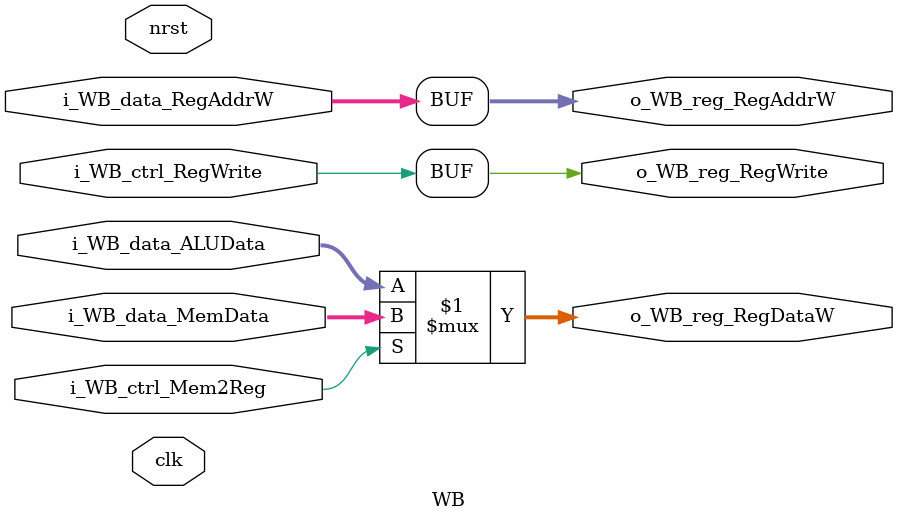
<source format=v>
module WB(
	/* --- global --- */
	input	wire	clk,
	input	wire	nrst,
	/* --- input --- */
	input	wire			i_WB_ctrl_Mem2Reg,
	input	wire			i_WB_ctrl_RegWrite,
	input	wire	[4:0]	i_WB_data_RegAddrW,
	input	wire	[31:0]	i_WB_data_MemData,
	input	wire	[31:0]	i_WB_data_ALUData,
	/* --- output --- */
	output	wire	[4:0]	o_WB_reg_RegAddrW,
	output	wire	[31:0]	o_WB_reg_RegDataW,
	output	wire			o_WB_reg_RegWrite
);

	/* Output Assignment Begin */
    assign o_WB_reg_RegAddrW = i_WB_data_RegAddrW;
    assign o_WB_reg_RegDataW = 
        i_WB_ctrl_Mem2Reg ? i_WB_data_MemData : i_WB_data_ALUData;
    assign o_WB_reg_RegWrite = i_WB_ctrl_RegWrite;    
	/* Output Assignment End */

endmodule

</source>
